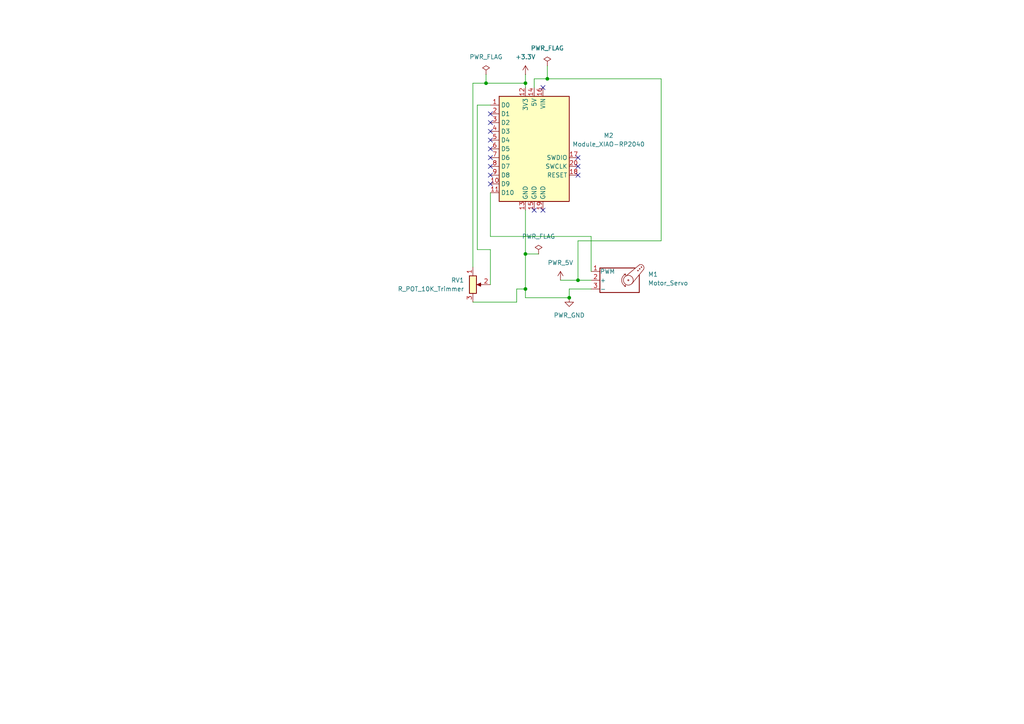
<source format=kicad_sch>
(kicad_sch (version 20250114) (generator "eeschema") (generator_version "9.0")
  (paper "A4")
  (lib_symbols
    (symbol "Motor:Motor_Servo" (pin_names (offset 0.0254))
      (property "Reference" "M" (at -5.08 4.445 0))
      (property "Value" "Motor_Servo" (at -5.08 -4.064 0))
      (symbol "Motor_Servo_0_1"
        (polyline (pts (xy 2.413 1.778) (xy 1.905 1.778)))
        (polyline (pts (xy 2.413 1.778) (xy 2.286 1.397)))
        (polyline (pts (xy 2.413 -1.778) (xy 2.032 -1.778)))
        (polyline (pts (xy 2.413 -1.778) (xy 2.286 -1.397)))
        (arc (start 2.413 -1.778) (mid 1.2406 0) (end 2.413 1.778))
        (circle (center 3.175 0) (radius 0.1778))
        (circle (center 3.175 0) (radius 1.4224))
        (polyline (pts (xy 5.08 3.556) (xy -5.08 3.556) (xy -5.08 -3.556) (xy 6.35 -3.556) (xy 6.35 1.524)) (stroke (width 0.254)))
        (circle (center 5.969 2.794) (radius 0.127))
        (polyline (pts (xy 6.35 4.445) (xy 2.54 1.27)))
        (circle (center 6.477 3.302) (radius 0.127))
        (arc (start 6.35 4.445) (mid 7.4487 4.2737) (end 7.62 3.175))
        (circle (center 6.985 3.81) (radius 0.127))
        (polyline (pts (xy 7.62 3.175) (xy 4.191 -1.016)))
      )
      (symbol "Motor_Servo_1_1"
        (pin passive line (at -7.62 2.54 0) (length 2.54) (name "PWM") (number "1"))
        (pin passive line (at -7.62 0 0) (length 2.54) (name "+") (number "2"))
        (pin passive line (at -7.62 -2.54 0) (length 2.54) (name "-") (number "3"))
      )
    )
    (symbol "fab:Module_XIAO-RP2040"
      (property "Reference" "M" (at -10.16 16.51 0))
      (property "Value" "Module_XIAO-RP2040" (at 3.81 16.51 0))
      (symbol "Module_XIAO-RP2040_1_1"
        (rectangle (start -10.16 15.24) (end 10.16 -15.24) (stroke (width 0.254)) (fill (type background)))
        (pin bidirectional line (at -12.7 12.7 0) (length 2.54) (name "D0") (number "1"))
        (pin bidirectional line (at -12.7 10.16 0) (length 2.54) (name "D1") (number "2"))
        (pin bidirectional line (at -12.7 7.62 0) (length 2.54) (name "D2") (number "3"))
        (pin bidirectional line (at -12.7 5.08 0) (length 2.54) (name "D3") (number "4"))
        (pin bidirectional line (at -12.7 2.54 0) (length 2.54) (name "D4") (number "5"))
        (pin bidirectional line (at -12.7 0 0) (length 2.54) (name "D5") (number "6"))
        (pin bidirectional line (at -12.7 -2.54 0) (length 2.54) (name "D6") (number "7"))
        (pin bidirectional line (at -12.7 -5.08 0) (length 2.54) (name "D7") (number "8"))
        (pin bidirectional line (at -12.7 -7.62 0) (length 2.54) (name "D8") (number "9"))
        (pin bidirectional line (at -12.7 -10.16 0) (length 2.54) (name "D9") (number "10"))
        (pin bidirectional line (at -12.7 -12.7 0) (length 2.54) (name "D10") (number "11"))
        (pin power_in line (at -2.54 17.78 270) (length 2.54) (name "3V3") (number "12"))
        (pin power_in line (at -2.54 -17.78 90) (length 2.54) (name "GND") (number "13"))
        (pin power_in line (at 0 17.78 270) (length 2.54) (name "5V") (number "14"))
        (pin power_in line (at 0 -17.78 90) (length 2.54) (name "GND") (number "15"))
        (pin power_in line (at 2.54 17.78 270) (length 2.54) (name "VIN") (number "16"))
        (pin power_in line (at 2.54 -17.78 90) (length 2.54) (name "GND") (number "19"))
        (pin bidirectional line (at 12.7 -2.54 180) (length 2.54) (name "SWDIO") (number "17"))
        (pin input line (at 12.7 -5.08 180) (length 2.54) (name "SWCLK") (number "20"))
        (pin input line (at 12.7 -7.62 180) (length 2.54) (name "RESET") (number "18"))
      )
    )
    (symbol "fab:PWR_5V" (power) (pin_names (offset 0))
      (property "Value" "PWR_5V" (at 0 3.556 0))
      (symbol "PWR_5V_0_1"
        (polyline (pts (xy -0.762 1.27) (xy 0 2.54)))
        (polyline (pts (xy 0 2.54) (xy 0.762 1.27)))
        (polyline (pts (xy 0 0) (xy 0 2.54)))
      )
      (symbol "PWR_5V_1_1"
        (pin power_in line (at 0 0 90) (length 0) (hide yes) (name "PWR_5V") (number "1"))
      )
    )
    (symbol "fab:PWR_GND" (power) (pin_names (offset 0))
      (property "Value" "PWR_GND" (at 0 -3.81 0))
      (symbol "PWR_GND_0_1"
        (polyline (pts (xy 0 0) (xy 0 -1.27) (xy 1.27 -1.27) (xy 0 -2.54) (xy -1.27 -1.27) (xy 0 -1.27)))
      )
      (symbol "PWR_GND_1_1"
        (pin power_in line (at 0 0 270) (length 0) (hide yes) (name "PWR_GND") (number "1"))
      )
    )
    (symbol "fab:R_POT_10K_Trimmer" (pin_names (offset 1.016) (hide yes))
      (property "Reference" "RV" (at -5.08 0 90))
      (property "Value" "R_POT_10K_Trimmer" (at -2.54 0 90))
      (symbol "R_POT_10K_Trimmer_0_1"
        (rectangle (start 1.016 2.54) (end -1.016 -2.54) (stroke (width 0.254)) (fill (type background)))
        (polyline (pts (xy 1.143 0) (xy 2.286 0.508) (xy 2.286 -0.508) (xy 1.143 0)) (fill (type outline)))
        (polyline (pts (xy 2.54 0) (xy 1.524 0)))
      )
      (symbol "R_POT_10K_Trimmer_1_1"
        (pin passive line (at 0 5.08 270) (length 2.54) (name "1") (number "1"))
        (pin passive line (at 0 -5.08 90) (length 2.54) (name "3") (number "3"))
        (pin passive line (at 5.08 0 180) (length 2.54) (name "2") (number "2"))
      )
    )
    (symbol "power:+3.3V" (power) (pin_numbers (hide yes)) (pin_names (offset 0) (hide yes))
      (property "Value" "+3.3V" (at 0 3.556 0))
      (symbol "+3.3V_0_1"
        (polyline (pts (xy -0.762 1.27) (xy 0 2.54)))
        (polyline (pts (xy 0 2.54) (xy 0.762 1.27)))
        (polyline (pts (xy 0 0) (xy 0 2.54)))
      )
      (symbol "+3.3V_1_1"
        (pin power_in line (at 0 0 90) (length 0) (name "~") (number "1"))
      )
    )
    (symbol "power:PWR_FLAG" (power) (pin_numbers (hide yes)) (pin_names (offset 0) (hide yes))
      (property "Value" "PWR_FLAG" (at 0 3.81 0))
      (symbol "PWR_FLAG_0_0"
        (pin power_out line (at 0 0 90) (length 0) (name "~") (number "1"))
      )
      (symbol "PWR_FLAG_0_1"
        (polyline (pts (xy 0 0) (xy 0 1.27) (xy -1.016 1.905) (xy 0 2.54) (xy 1.016 1.905) (xy 0 1.27)))
      )
    )
  )
  (junction (at 152.4 24.13))
  (junction (at 165.1 86.36))
  (junction (at 167.64 81.28))
  (junction (at 140.97 24.13))
  (junction (at 158.75 22.86))
  (junction (at 152.4 73.66))
  (junction (at 152.4 83.82))
  (no_connect (at 157.48 60.96))
  (no_connect (at 142.24 33.02))
  (no_connect (at 142.24 45.72))
  (no_connect (at 167.64 48.26))
  (no_connect (at 142.24 40.64))
  (no_connect (at 142.24 53.34))
  (no_connect (at 142.24 38.1))
  (no_connect (at 167.64 45.72))
  (no_connect (at 167.64 50.8))
  (no_connect (at 142.24 35.56))
  (no_connect (at 157.48 25.4))
  (no_connect (at 142.24 43.18))
  (no_connect (at 154.94 60.96))
  (no_connect (at 142.24 48.26))
  (no_connect (at 142.24 50.8))
  (wire (pts (xy 140.97 21.59) (xy 140.97 24.13)))
  (wire (pts (xy 191.77 22.86) (xy 191.77 69.85)))
  (wire (pts (xy 138.43 30.48) (xy 142.24 30.48)))
  (wire (pts (xy 142.24 72.39) (xy 138.43 72.39)))
  (wire (pts (xy 191.77 69.85) (xy 167.64 69.85)))
  (wire (pts (xy 137.16 24.13) (xy 140.97 24.13)))
  (wire (pts (xy 171.45 68.58) (xy 142.24 68.58)))
  (wire (pts (xy 167.64 69.85) (xy 167.64 81.28)))
  (wire (pts (xy 152.4 60.96) (xy 152.4 73.66)))
  (wire (pts (xy 171.45 83.82) (xy 165.1 83.82)))
  (wire (pts (xy 152.4 73.66) (xy 156.21 73.66)))
  (wire (pts (xy 152.4 24.13) (xy 152.4 25.4)))
  (wire (pts (xy 149.86 83.82) (xy 152.4 83.82)))
  (wire (pts (xy 152.4 21.59) (xy 152.4 24.13)))
  (wire (pts (xy 152.4 86.36) (xy 165.1 86.36)))
  (wire (pts (xy 152.4 73.66) (xy 152.4 83.82)))
  (wire (pts (xy 142.24 82.55) (xy 142.24 72.39)))
  (wire (pts (xy 158.75 22.86) (xy 191.77 22.86)))
  (wire (pts (xy 140.97 24.13) (xy 152.4 24.13)))
  (wire (pts (xy 165.1 83.82) (xy 165.1 86.36)))
  (wire (pts (xy 162.56 81.28) (xy 167.64 81.28)))
  (wire (pts (xy 154.94 22.86) (xy 158.75 22.86)))
  (wire (pts (xy 137.16 87.63) (xy 149.86 87.63)))
  (wire (pts (xy 167.64 81.28) (xy 171.45 81.28)))
  (wire (pts (xy 142.24 68.58) (xy 142.24 55.88)))
  (wire (pts (xy 158.75 19.05) (xy 158.75 22.86)))
  (wire (pts (xy 154.94 25.4) (xy 154.94 22.86)))
  (wire (pts (xy 149.86 87.63) (xy 149.86 83.82)))
  (wire (pts (xy 137.16 77.47) (xy 137.16 24.13)))
  (wire (pts (xy 171.45 78.74) (xy 171.45 68.58)))
  (wire (pts (xy 138.43 72.39) (xy 138.43 30.48)))
  (wire (pts (xy 152.4 83.82) (xy 152.4 86.36)))
  (symbol (lib_id "power:+3.3V") (at 152.4 21.59 0) (unit 1)
    (property "Reference" "#PWR03" (effects (hide yes)))
    (property "Value" "+3.3V" (at 152.4 16.51 0))
    (property "Description" "Power symbol creates a global label with name \"+3.3V\"" (effects (hide yes)))
  )
  (symbol (lib_id "power:PWR_FLAG") (at 158.75 19.05 0) (unit 1)
    (property "Reference" "#FLG01" (effects (hide yes)))
    (property "Value" "PWR_FLAG" (at 158.75 13.97 0))
    (property "Description" "Special symbol for telling ERC where power comes from" (effects (hide yes)))
  )
  (symbol (lib_id "fab:PWR_5V") (at 162.56 81.28 0) (unit 1)
    (property "Reference" "#PWR01" (effects (hide yes)))
    (property "Value" "PWR_5V" (at 162.56 76.2 0))
    (property "Description" "Power symbol creates a global label with name \"+5V\"" (effects (hide yes)))
  )
  (symbol (lib_id "fab:Module_XIAO-RP2040") (at 154.94 43.18 0) (unit 1)
    (property "Reference" "M2" (at 176.53 39.2998 0))
    (property "Value" "Module_XIAO-RP2040" (at 176.53 41.8398 0))
    (property "Footprint" "fab:SeeedStudio_XIAO_RP2040" (effects (hide yes)))
    (property "Datasheet" "https://wiki.seeedstudio.com/XIAO-RP2040/" (effects (hide yes)))
    (property "Description" "RP2040 XIAO RP2040 - ARM® Cortex®-M0+ MCU 32-Bit Embedded Evaluation Board" (effects (hide yes)))
  )
  (symbol (lib_id "Motor:Motor_Servo") (at 179.07 81.28 0) (unit 1)
    (property "Reference" "M1" (at 187.96 79.5768 0) (effects (justify left)))
    (property "Value" "Motor_Servo" (at 187.96 82.1168 0) (effects (justify left)))
    (property "Footprint" "Connector_PinHeader_2.54mm:PinHeader_1x03_P2.54mm_Vertical" (effects (hide yes)))
    (property "Datasheet" "http://forums.parallax.com/uploads/attachments/46831/74481.png" (effects (hide yes)))
    (property "Description" "Servo Motor (Futaba, HiTec, JR connector)" (effects (hide yes)))
  )
  (symbol (lib_id "fab:PWR_GND") (at 165.1 86.36 0) (unit 1)
    (property "Reference" "#PWR02" (effects (hide yes)))
    (property "Value" "PWR_GND" (at 165.1 91.44 0))
    (property "Description" "Power symbol creates a global label with name \"GND\" , ground" (effects (hide yes)))
  )
  (symbol (lib_id "power:PWR_FLAG") (at 140.97 21.59 0) (unit 1)
    (property "Reference" "#FLG02" (effects (hide yes)))
    (property "Value" "PWR_FLAG" (at 140.97 16.51 0))
    (property "Description" "Special symbol for telling ERC where power comes from" (effects (hide yes)))
  )
  (symbol (lib_id "fab:R_POT_10K_Trimmer") (at 137.16 82.55 0) (unit 1)
    (property "Reference" "RV1" (at 134.62 81.2799 0) (effects (justify right)))
    (property "Value" "R_POT_10K_Trimmer" (at 134.62 83.8199 0) (effects (justify right)))
    (property "Footprint" "fab:Potentiometer_TT_Model-23_4.5x5.0x3.0mm" (effects (hide yes)))
    (property "Datasheet" "https://www.ttelectronics.com/TTElectronics/media/ProductFiles/Trimmers/Datasheets/23.pdf" (effects (hide yes)))
    (property "Description" "Trimmer Potentiometer 10K TT Electronics 23BR10KLFTR" (effects (hide yes)))
  )
  (symbol (lib_id "power:PWR_FLAG") (at 156.21 73.66 0) (unit 1)
    (property "Reference" "#FLG03" (effects (hide yes)))
    (property "Value" "PWR_FLAG" (at 156.21 68.58 0))
    (property "Description" "Special symbol for telling ERC where power comes from" (effects (hide yes)))
  )
)
</source>
